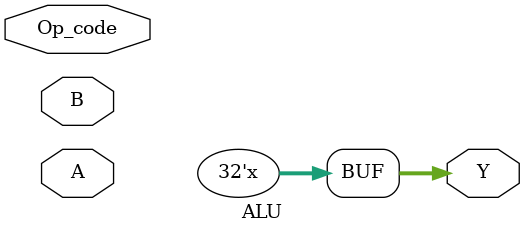
<source format=v>
module ALU ( 
  input [2:0] Op_code,
  input [31:0] A, B,
  output reg [31:0] Y
);

always @(A or B)
	begin
		case (Op_code) 
			"000":
				Y <= A;
			"001":
				Y <= A+B;
			"010":
				Y <= A-B;
			"011":
				Y <= A & B;
			"100":
				Y <= A | B;
			"101":
				Y <= A+1;
			"110":
				Y <= A-1;
			"111":
				Y <= B;
			default:
				Y <= 32'bzzzzzzzzzzzzzzzzzzzzzzzzzzzzzzzz;
		endcase
	end
endmodule
		
</source>
